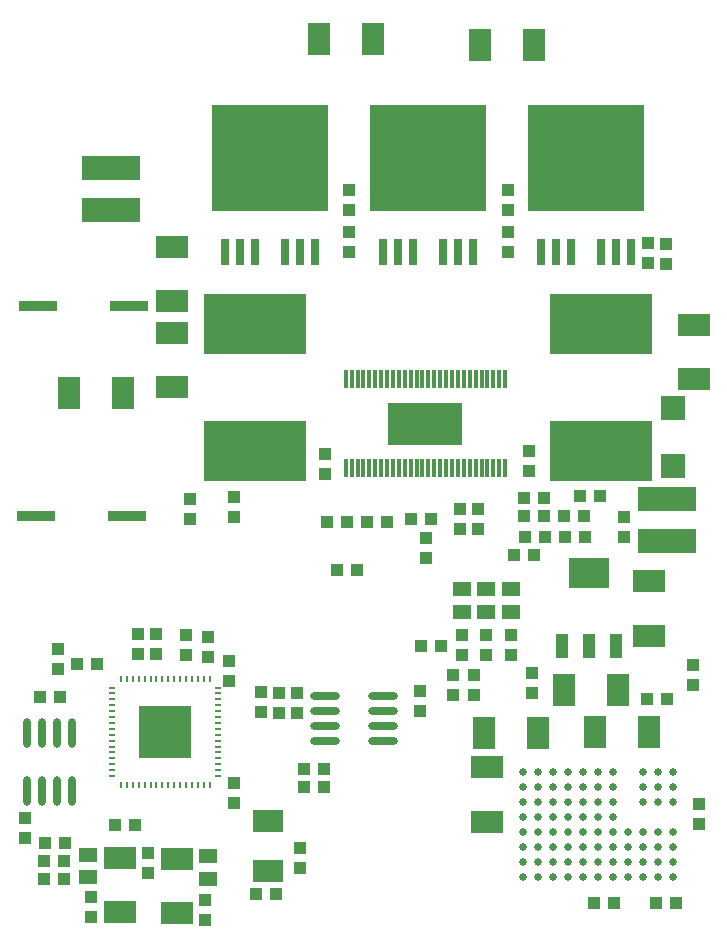
<source format=gbp>
G04 Layer_Color=128*
%FSLAX25Y25*%
%MOIN*%
G70*
G01*
G75*
%ADD10R,0.04331X0.03937*%
%ADD12R,0.10236X0.07480*%
%ADD16R,0.13780X0.09843*%
%ADD17R,0.03937X0.07874*%
%ADD22R,0.03937X0.04331*%
%ADD23R,0.05906X0.05118*%
%ADD24R,0.07480X0.10630*%
%ADD30R,0.02953X0.08996*%
%ADD31R,0.39154X0.35492*%
%ADD54R,0.10630X0.07480*%
%ADD55R,0.34449X0.20472*%
%ADD56O,0.02756X0.09843*%
%ADD57C,0.02480*%
%ADD58R,0.19685X0.07874*%
%ADD59R,0.12598X0.03740*%
%ADD60O,0.09843X0.02756*%
%ADD62R,0.01181X0.06102*%
%ADD63R,0.07874X0.07874*%
%ADD64O,0.00984X0.02559*%
%ADD65O,0.02559X0.00984*%
%ADD66R,0.17716X0.17716*%
%ADD114R,0.25000X0.14213*%
D10*
X28500Y89000D02*
D03*
X21807D02*
D03*
X9500Y78000D02*
D03*
X16193D02*
D03*
X17807Y29480D02*
D03*
X11114D02*
D03*
X17500Y23500D02*
D03*
X10807D02*
D03*
Y17500D02*
D03*
X17500D02*
D03*
X97500Y54000D02*
D03*
X104193D02*
D03*
X97500Y48000D02*
D03*
X104193D02*
D03*
X171000Y131500D02*
D03*
X177693D02*
D03*
X184500D02*
D03*
X191193D02*
D03*
X170846Y138500D02*
D03*
X177539D02*
D03*
X125000Y136500D02*
D03*
X118307D02*
D03*
X221500Y9500D02*
D03*
X214807D02*
D03*
X194000D02*
D03*
X200693D02*
D03*
X41000Y35500D02*
D03*
X34307D02*
D03*
X81500Y12429D02*
D03*
X88193D02*
D03*
X108500Y120500D02*
D03*
X115193D02*
D03*
X167500Y125500D02*
D03*
X174193D02*
D03*
X133000Y137500D02*
D03*
X139693D02*
D03*
X177500Y144500D02*
D03*
X170807D02*
D03*
X190693Y138500D02*
D03*
X184000D02*
D03*
X105000Y136500D02*
D03*
X111693D02*
D03*
X218500Y77500D02*
D03*
X211807D02*
D03*
X136500Y95000D02*
D03*
X143193D02*
D03*
X189500Y145000D02*
D03*
X196193D02*
D03*
D12*
X85500Y36929D02*
D03*
Y20000D02*
D03*
D16*
X192445Y119409D02*
D03*
D17*
X201500Y95000D02*
D03*
X192445D02*
D03*
X183390D02*
D03*
D22*
X212000Y229500D02*
D03*
Y222807D02*
D03*
X218000Y222500D02*
D03*
Y229193D02*
D03*
X165500Y247000D02*
D03*
Y240307D02*
D03*
Y226500D02*
D03*
Y233193D02*
D03*
X112500Y240307D02*
D03*
Y247000D02*
D03*
Y226500D02*
D03*
Y233193D02*
D03*
X42000Y92500D02*
D03*
Y99193D02*
D03*
X48000D02*
D03*
Y92500D02*
D03*
X83000Y73000D02*
D03*
Y79693D02*
D03*
X45500Y26000D02*
D03*
Y19307D02*
D03*
X89000Y79500D02*
D03*
Y72807D02*
D03*
X95000Y79500D02*
D03*
Y72807D02*
D03*
X172500Y160000D02*
D03*
Y153307D02*
D03*
X155500Y134000D02*
D03*
Y140693D02*
D03*
X147000Y85500D02*
D03*
Y78807D02*
D03*
X154000Y85500D02*
D03*
Y78807D02*
D03*
X173500Y86000D02*
D03*
Y79307D02*
D03*
X149500Y134000D02*
D03*
Y140693D02*
D03*
X150000Y92000D02*
D03*
Y98693D02*
D03*
X158000Y92000D02*
D03*
Y98693D02*
D03*
X166500Y92000D02*
D03*
Y98693D02*
D03*
X229000Y42500D02*
D03*
Y35807D02*
D03*
X58000Y92000D02*
D03*
Y98693D02*
D03*
X15500Y87500D02*
D03*
Y94193D02*
D03*
X4500Y31000D02*
D03*
Y37693D02*
D03*
X65500Y91500D02*
D03*
Y98193D02*
D03*
X74000Y49500D02*
D03*
Y42807D02*
D03*
X72500Y83500D02*
D03*
Y90193D02*
D03*
X64500Y10500D02*
D03*
Y3807D02*
D03*
X26500Y11500D02*
D03*
Y4807D02*
D03*
X96000Y27929D02*
D03*
Y21236D02*
D03*
X104500Y159000D02*
D03*
Y152307D02*
D03*
X136000Y80000D02*
D03*
Y73307D02*
D03*
X74000Y138000D02*
D03*
Y144693D02*
D03*
X59500Y137500D02*
D03*
Y144193D02*
D03*
X227000Y82000D02*
D03*
Y88693D02*
D03*
X138000Y131000D02*
D03*
Y124307D02*
D03*
X204000Y138000D02*
D03*
Y131307D02*
D03*
D23*
X150000Y106520D02*
D03*
Y114000D02*
D03*
X158250Y106520D02*
D03*
Y114000D02*
D03*
X166516Y106520D02*
D03*
Y114000D02*
D03*
X65500Y17500D02*
D03*
Y24980D02*
D03*
X25500Y18126D02*
D03*
Y25606D02*
D03*
D24*
X174110Y295500D02*
D03*
X156000D02*
D03*
X37110Y179500D02*
D03*
X19000D02*
D03*
X102390Y297500D02*
D03*
X120500D02*
D03*
X183945Y80500D02*
D03*
X202055D02*
D03*
X157390Y66000D02*
D03*
X175500D02*
D03*
X212610Y66500D02*
D03*
X194500D02*
D03*
D30*
X101000Y226500D02*
D03*
X96000D02*
D03*
X91000D02*
D03*
X81000D02*
D03*
X76000D02*
D03*
X71000D02*
D03*
X153750D02*
D03*
X148750D02*
D03*
X143750D02*
D03*
X133750D02*
D03*
X128750D02*
D03*
X123750D02*
D03*
X206500D02*
D03*
X201500D02*
D03*
X196500D02*
D03*
X186500D02*
D03*
X181500D02*
D03*
X176500D02*
D03*
D31*
X86000Y257661D02*
D03*
X138750D02*
D03*
X191500D02*
D03*
D54*
X53500Y228110D02*
D03*
Y210000D02*
D03*
X55000Y24110D02*
D03*
Y6000D02*
D03*
X36000Y24425D02*
D03*
Y6315D02*
D03*
X212500Y116610D02*
D03*
Y98500D02*
D03*
X227500Y202110D02*
D03*
Y184000D02*
D03*
X53500Y181390D02*
D03*
Y199500D02*
D03*
X158500Y36500D02*
D03*
Y54610D02*
D03*
D55*
X81200Y202520D02*
D03*
Y160000D02*
D03*
X196476Y202520D02*
D03*
Y160000D02*
D03*
D56*
X5000Y66146D02*
D03*
X10000D02*
D03*
X15000D02*
D03*
X20000D02*
D03*
X5000Y46854D02*
D03*
X10000D02*
D03*
X15000D02*
D03*
X20000D02*
D03*
D57*
X170500Y33100D02*
D03*
Y28100D02*
D03*
Y23100D02*
D03*
Y18100D02*
D03*
Y53100D02*
D03*
X175500D02*
D03*
X180500D02*
D03*
X185500D02*
D03*
X190500D02*
D03*
X195500D02*
D03*
X200500D02*
D03*
X210500D02*
D03*
X215500D02*
D03*
X220500D02*
D03*
Y48100D02*
D03*
X215500D02*
D03*
X210500D02*
D03*
X200500D02*
D03*
X195500D02*
D03*
X190500D02*
D03*
X185500D02*
D03*
X180500D02*
D03*
X175500D02*
D03*
X170500D02*
D03*
X220500Y43100D02*
D03*
X215500D02*
D03*
X210500D02*
D03*
X200500D02*
D03*
X195500D02*
D03*
X190500D02*
D03*
X185500D02*
D03*
X180500D02*
D03*
X175500D02*
D03*
X170500D02*
D03*
X200500Y38100D02*
D03*
X195500D02*
D03*
X190500D02*
D03*
X185500D02*
D03*
X180500D02*
D03*
X175500D02*
D03*
X170500D02*
D03*
X220500Y33100D02*
D03*
X215500D02*
D03*
X210500D02*
D03*
X205500D02*
D03*
X200500D02*
D03*
X195500D02*
D03*
X190500D02*
D03*
X185500D02*
D03*
X180500D02*
D03*
X175500D02*
D03*
X220500Y28100D02*
D03*
X215500D02*
D03*
X210500D02*
D03*
X205500D02*
D03*
X200500D02*
D03*
X195500D02*
D03*
X190500D02*
D03*
X185500D02*
D03*
X180500D02*
D03*
X175500D02*
D03*
X220500Y23100D02*
D03*
X215500D02*
D03*
X210500D02*
D03*
X205500D02*
D03*
X200500D02*
D03*
X195500D02*
D03*
X190500D02*
D03*
X185500D02*
D03*
X180500D02*
D03*
X175500D02*
D03*
X220500Y18100D02*
D03*
X215500D02*
D03*
X210500D02*
D03*
X205500D02*
D03*
X200500D02*
D03*
X195500D02*
D03*
X190500D02*
D03*
X185500D02*
D03*
X180500D02*
D03*
X175500D02*
D03*
D58*
X218500Y144000D02*
D03*
Y130000D02*
D03*
X33000Y254500D02*
D03*
Y240500D02*
D03*
D59*
X8685Y208500D02*
D03*
X39000D02*
D03*
X8185Y138500D02*
D03*
X38500D02*
D03*
D60*
X123646Y78500D02*
D03*
Y73500D02*
D03*
Y68500D02*
D03*
Y63500D02*
D03*
X104354Y78500D02*
D03*
Y73500D02*
D03*
Y68500D02*
D03*
Y63500D02*
D03*
D62*
X164500Y184028D02*
D03*
X162531D02*
D03*
X160563D02*
D03*
X158594D02*
D03*
X156626D02*
D03*
X154657D02*
D03*
X152689D02*
D03*
X150720D02*
D03*
X148752D02*
D03*
X146783D02*
D03*
X144815D02*
D03*
X142846D02*
D03*
X140878D02*
D03*
X138909D02*
D03*
X136941D02*
D03*
X134972D02*
D03*
X133004D02*
D03*
X131035D02*
D03*
X129067D02*
D03*
X127098D02*
D03*
X125130D02*
D03*
X123161D02*
D03*
X121193D02*
D03*
X119224D02*
D03*
X117256D02*
D03*
X115287D02*
D03*
X113319Y184000D02*
D03*
X111350Y184028D02*
D03*
Y154500D02*
D03*
X113319D02*
D03*
X115287D02*
D03*
X117256D02*
D03*
X119224D02*
D03*
X121193D02*
D03*
X123161D02*
D03*
X125130D02*
D03*
X127098D02*
D03*
X129067D02*
D03*
X131035D02*
D03*
X133004D02*
D03*
X134972D02*
D03*
X136941D02*
D03*
X138909D02*
D03*
X140878D02*
D03*
X142846D02*
D03*
X144815D02*
D03*
X146783D02*
D03*
X148752D02*
D03*
X150720D02*
D03*
X152689D02*
D03*
X154657D02*
D03*
X156626D02*
D03*
X158594D02*
D03*
X160563D02*
D03*
X162531D02*
D03*
X164500D02*
D03*
D63*
X220500Y155000D02*
D03*
Y174500D02*
D03*
D64*
X65964Y48882D02*
D03*
X63995D02*
D03*
X62027D02*
D03*
X60058D02*
D03*
X58090D02*
D03*
X56121D02*
D03*
X54153D02*
D03*
X52184D02*
D03*
X50216D02*
D03*
X48247D02*
D03*
X46279D02*
D03*
X44310D02*
D03*
X42342D02*
D03*
X40373D02*
D03*
X38405D02*
D03*
X36436D02*
D03*
Y84118D02*
D03*
X38405D02*
D03*
X40373D02*
D03*
X42342D02*
D03*
X44310D02*
D03*
X46279D02*
D03*
X48247D02*
D03*
X50216D02*
D03*
X52184D02*
D03*
X54153D02*
D03*
X56121D02*
D03*
X58090D02*
D03*
X60058D02*
D03*
X62027D02*
D03*
X63995D02*
D03*
X65964D02*
D03*
D65*
X33582Y51736D02*
D03*
Y53705D02*
D03*
Y55673D02*
D03*
Y57642D02*
D03*
Y59610D02*
D03*
Y61579D02*
D03*
Y63547D02*
D03*
Y65516D02*
D03*
Y67484D02*
D03*
Y69453D02*
D03*
Y71421D02*
D03*
Y73390D02*
D03*
Y75358D02*
D03*
Y77327D02*
D03*
Y79295D02*
D03*
Y81264D02*
D03*
X68818D02*
D03*
Y79295D02*
D03*
Y77327D02*
D03*
Y75358D02*
D03*
Y73390D02*
D03*
Y71421D02*
D03*
Y69453D02*
D03*
Y67484D02*
D03*
Y65516D02*
D03*
Y63547D02*
D03*
Y61579D02*
D03*
Y59610D02*
D03*
Y57642D02*
D03*
Y55673D02*
D03*
Y53705D02*
D03*
Y51736D02*
D03*
D66*
X51200Y66500D02*
D03*
D114*
X137925Y169264D02*
D03*
M02*

</source>
